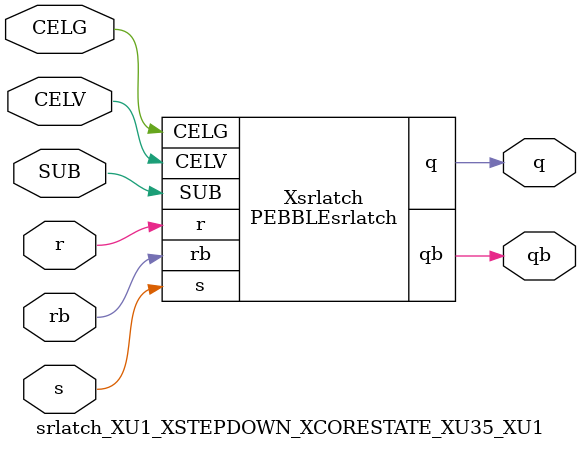
<source format=v>



module PEBBLEsrlatch ( q, qb, CELG, CELV, SUB, r, rb, s );

  input CELV;
  input s;
  output q;
  input rb;
  input r;
  input SUB;
  input CELG;
  output qb;
endmodule

//Celera Confidential Do Not Copy srlatch_XU1_XSTEPDOWN_XCORESTATE_XU35_XU1
//Celera Confidential Symbol Generator
//SR Latch
module srlatch_XU1_XSTEPDOWN_XCORESTATE_XU35_XU1 (CELV,CELG,s,r,rb,q,qb,SUB);
input CELV;
input CELG;
input s;
input r;
input rb;
input SUB;
output q;
output qb;

//Celera Confidential Do Not Copy srlatch
PEBBLEsrlatch Xsrlatch(
.CELV (CELV),
.r (r),
.s (s),
.q (q),
.qb (qb),
.rb (rb),
.SUB (SUB),
.CELG (CELG)
);
//,diesize,PEBBLEsrlatch

//Celera Confidential Do Not Copy Module End
//Celera Schematic Generator
endmodule

</source>
